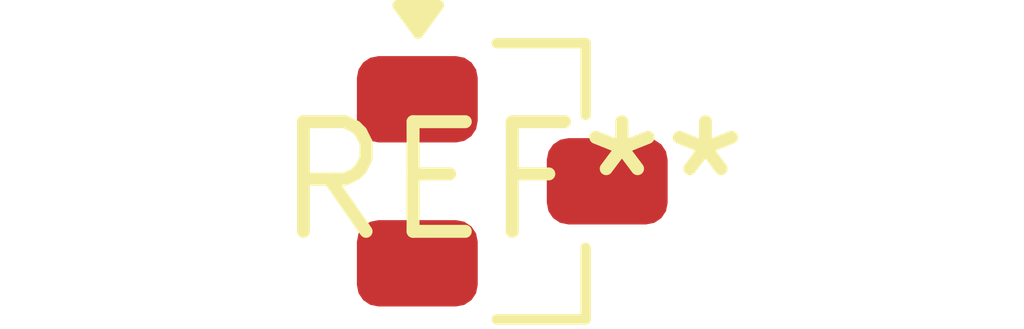
<source format=kicad_pcb>
(kicad_pcb (version 20240108) (generator pcbnew)
  (layers (0 "F.Cu" signal) (31 "B.Cu" signal) (34 "B.Paste" user) (35 "F.Paste" user) (36 "B.SilkS" user "B.Silkscreen") (37 "F.SilkS" user "F.Silkscreen") (38 "B.Mask" user) (39 "F.Mask" user) (44 "Edge.Cuts" user))
  (net 0 "")
  (footprint "SuperSOT-3" (layer "F.Cu") (at 0 0)
    (property "Reference" "REF**")
    (property "Value" "SuperSOT-3")
    (fp_line (start -0.18 -1.6) (end 0.85 -1.6) (layer "F.SilkS") (stroke (width 0.12)))
    (fp_line (start -0.18 1.6) (end 0.85 1.6) (layer "F.SilkS") (stroke (width 0.12)))
    (fp_line (start 0.85 -0.77) (end 0.85 -1.6) (layer "F.SilkS") (stroke (width 0.12)))
    (fp_line (start 0.85 1.6) (end 0.85 0.77) (layer "F.SilkS") (stroke (width 0.12)))
    (fp_poly (pts (xy -1.09 -1.71) (xy -1.33 -2.04) (xy -0.85 -2.04) (xy -1.09 -1.71)) (layer "F.SilkS") (stroke (width 0.12)) (fill solid))
    (pad "1" smd roundrect (at -1.1 -0.95) (size 1.4 1) (layers "F.Cu" "F.Paste" "F.Mask"))
    (pad "2" smd roundrect (at -1.1 0.95) (size 1.4 1) (layers "F.Cu" "F.Paste" "F.Mask"))
    (pad "3" smd roundrect (at 1.1 0) (size 1.4 1) (layers "F.Cu" "F.Paste" "F.Mask"))
  )
)
</source>
